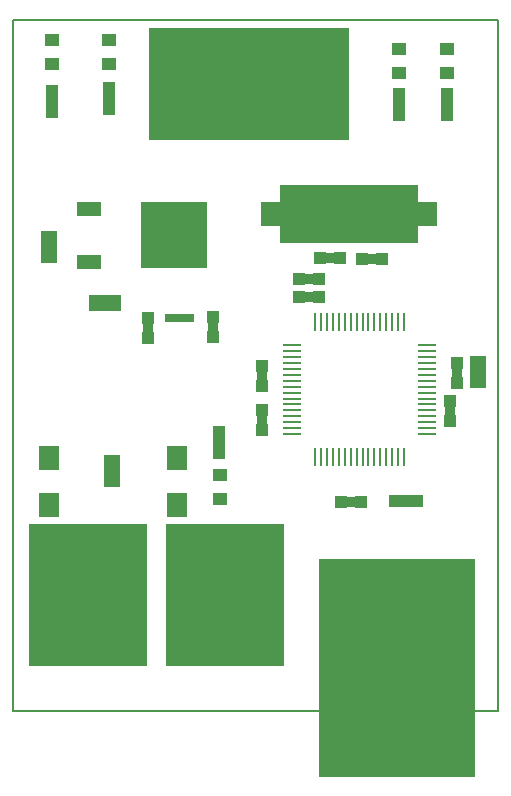
<source format=gtp>
%FSLAX25Y25*%
%MOIN*%
G70*
G01*
G75*
G04 Layer_Color=8421504*
%ADD10R,0.21654X0.07874*%
%ADD11R,0.22047X0.22047*%
%ADD12R,0.07874X0.04724*%
%ADD13R,0.00866X0.05906*%
%ADD14R,0.05906X0.00866*%
%ADD15R,0.03937X0.03937*%
%ADD16R,0.03937X0.03937*%
%ADD17R,0.03740X0.02756*%
%ADD18R,0.05118X0.03937*%
%ADD19R,0.06614X0.07874*%
%ADD20R,0.02362X0.05709*%
%ADD21R,0.05709X0.02362*%
%ADD22C,0.03150*%
%ADD23C,0.01063*%
%ADD24C,0.01000*%
%ADD25C,0.00945*%
%ADD26C,0.03937*%
%ADD27R,0.46063X0.19685*%
%ADD28R,0.07087X0.03937*%
%ADD29R,0.66929X0.37402*%
%ADD30R,0.03937X0.07087*%
%ADD31R,0.39370X0.47244*%
%ADD32R,0.51968X0.72835*%
%ADD33R,0.06496X0.02756*%
%ADD34R,0.03543X0.06693*%
%ADD35R,0.08661X0.05709*%
%ADD36R,0.05709X0.08661*%
%ADD37R,0.06693X0.03543*%
%ADD38C,0.04921*%
%ADD39R,0.07874X0.07874*%
%ADD40C,0.00787*%
%ADD41C,0.07874*%
%ADD42C,0.05906*%
%ADD43C,0.13780*%
%ADD44C,0.05000*%
%ADD45C,0.03937*%
%ADD46C,0.01969*%
%ADD47C,0.00394*%
G54D10*
X511849Y165500D02*
D03*
X474447D02*
D03*
G54D11*
X434648Y158500D02*
D03*
G54D12*
X406302Y149642D02*
D03*
Y167358D02*
D03*
G54D13*
X497632Y84559D02*
D03*
X495664D02*
D03*
X493695D02*
D03*
X491727D02*
D03*
X489758D02*
D03*
X487790D02*
D03*
X485821D02*
D03*
X483853D02*
D03*
X481884D02*
D03*
X511412D02*
D03*
X509443D02*
D03*
X507475D02*
D03*
X505506D02*
D03*
X503538D02*
D03*
X501569D02*
D03*
X499601D02*
D03*
Y129441D02*
D03*
X501569D02*
D03*
X503538D02*
D03*
X505506D02*
D03*
X507475D02*
D03*
X509443D02*
D03*
X511412D02*
D03*
X481884D02*
D03*
X483853D02*
D03*
X485821D02*
D03*
X487790D02*
D03*
X489758D02*
D03*
X491727D02*
D03*
X493695D02*
D03*
X495664D02*
D03*
X497632D02*
D03*
G54D14*
X474207Y107984D02*
D03*
Y106016D02*
D03*
Y104047D02*
D03*
Y102079D02*
D03*
Y100110D02*
D03*
Y98142D02*
D03*
Y96173D02*
D03*
Y94205D02*
D03*
Y92236D02*
D03*
Y121764D02*
D03*
Y119795D02*
D03*
Y117827D02*
D03*
Y115858D02*
D03*
Y113890D02*
D03*
Y111921D02*
D03*
Y109953D02*
D03*
X519089D02*
D03*
Y111921D02*
D03*
Y113890D02*
D03*
Y115858D02*
D03*
Y117827D02*
D03*
Y119795D02*
D03*
Y121764D02*
D03*
Y92236D02*
D03*
Y94205D02*
D03*
Y96173D02*
D03*
Y98142D02*
D03*
Y100110D02*
D03*
Y102079D02*
D03*
Y104047D02*
D03*
Y106016D02*
D03*
Y107984D02*
D03*
G54D15*
X515691Y70000D02*
D03*
X508605D02*
D03*
X497302Y150500D02*
D03*
X503995D02*
D03*
X489994Y151000D02*
D03*
X483302D02*
D03*
X490302Y69500D02*
D03*
X496994D02*
D03*
X482995Y138000D02*
D03*
X476302D02*
D03*
X482995Y144000D02*
D03*
X476302D02*
D03*
G54D16*
X525648Y198457D02*
D03*
Y205543D02*
D03*
X509648Y198457D02*
D03*
Y205543D02*
D03*
X413148Y200457D02*
D03*
Y207543D02*
D03*
X394148Y199457D02*
D03*
Y206543D02*
D03*
X449648Y93043D02*
D03*
Y85957D02*
D03*
X447648Y131346D02*
D03*
Y124653D02*
D03*
X426148Y130847D02*
D03*
Y124153D02*
D03*
X529148Y109153D02*
D03*
Y115847D02*
D03*
X464148Y93654D02*
D03*
Y100347D02*
D03*
X526648Y103347D02*
D03*
Y96653D02*
D03*
X464148Y114847D02*
D03*
Y108153D02*
D03*
G54D17*
X439896Y131000D02*
D03*
X433400D02*
D03*
G54D18*
X450148Y70407D02*
D03*
Y78592D02*
D03*
X525648Y212407D02*
D03*
Y220592D02*
D03*
X509648Y212407D02*
D03*
Y220592D02*
D03*
X413148Y215407D02*
D03*
Y223592D02*
D03*
X394148Y215407D02*
D03*
Y223592D02*
D03*
G54D19*
X435648Y68626D02*
D03*
Y84374D02*
D03*
X393148Y68626D02*
D03*
Y84374D02*
D03*
G54D20*
X407317Y136000D02*
D03*
X415979D02*
D03*
G54D21*
X414148Y75669D02*
D03*
Y84331D02*
D03*
X536148Y117331D02*
D03*
Y108669D02*
D03*
X393148Y150169D02*
D03*
Y158831D02*
D03*
G54D27*
X493148Y165500D02*
D03*
G54D28*
X512148Y70000D02*
D03*
G54D29*
X459648Y208972D02*
D03*
G54D30*
X525648Y202000D02*
D03*
X509648D02*
D03*
X413148Y204000D02*
D03*
X394148Y203000D02*
D03*
X449648Y89500D02*
D03*
G54D31*
X451758Y38618D02*
D03*
X406258D02*
D03*
G54D32*
X509246Y14291D02*
D03*
G54D33*
X436648Y131000D02*
D03*
G54D34*
X447648Y128000D02*
D03*
X426148Y127500D02*
D03*
X529148Y112500D02*
D03*
X464148Y97000D02*
D03*
X526648Y100000D02*
D03*
X464148Y111500D02*
D03*
G54D35*
X411648Y136000D02*
D03*
G54D36*
X414148Y80000D02*
D03*
X536148Y113000D02*
D03*
X393148Y154500D02*
D03*
G54D37*
X500648Y150500D02*
D03*
X486648Y151000D02*
D03*
X493648Y69500D02*
D03*
X479648Y138000D02*
D03*
Y144000D02*
D03*
G54D38*
X440940Y213619D02*
X440367Y214398D01*
X439404Y214310D01*
X438981Y213440D01*
X439506Y212628D01*
X440472Y212658D01*
X440947Y213500D01*
X460625Y213619D02*
X460052Y214398D01*
X459089Y214310D01*
X458666Y213440D01*
X459191Y212628D01*
X460157Y212658D01*
X460632Y213500D01*
X480310Y213619D02*
X479737Y214398D01*
X478774Y214310D01*
X478351Y213440D01*
X478876Y212628D01*
X479842Y212658D01*
X480317Y213500D01*
X457671Y53066D02*
X458245Y52287D01*
X459207Y52375D01*
X459630Y53245D01*
X459105Y54057D01*
X458139Y54027D01*
X457664Y53185D01*
X412171Y53066D02*
X412745Y52287D01*
X413707Y52375D01*
X414130Y53245D01*
X413605Y54057D01*
X412639Y54027D01*
X412164Y53185D01*
X496767Y33984D02*
X497546Y34557D01*
X497458Y35520D01*
X496588Y35943D01*
X495777Y35418D01*
X495806Y34451D01*
X496648Y33976D01*
X501787Y44023D02*
X502565Y44596D01*
X502478Y45559D01*
X501608Y45982D01*
X500796Y45457D01*
X500826Y44491D01*
X501668Y44016D01*
X506807Y33984D02*
X507585Y34557D01*
X507497Y35520D01*
X506628Y35943D01*
X505816Y35418D01*
X505845Y34451D01*
X506687Y33976D01*
X511826Y44023D02*
X512605Y44596D01*
X512517Y45559D01*
X511648Y45982D01*
X510836Y45457D01*
X510865Y44491D01*
X511707Y44016D01*
X516846Y33984D02*
X517625Y34557D01*
X517537Y35520D01*
X516667Y35943D01*
X515855Y35418D01*
X515885Y34451D01*
X516727Y33976D01*
X521866Y44023D02*
X522644Y44596D01*
X522556Y45559D01*
X521687Y45982D01*
X520875Y45457D01*
X520904Y44491D01*
X521746Y44016D01*
G54D39*
X444869Y33500D02*
D03*
X399369D02*
D03*
G54D40*
X542648Y0D02*
X381231D01*
X542648Y230315D02*
X381231D01*
X542648Y0D02*
Y230315D01*
X381231Y0D02*
Y230315D01*
M02*

</source>
